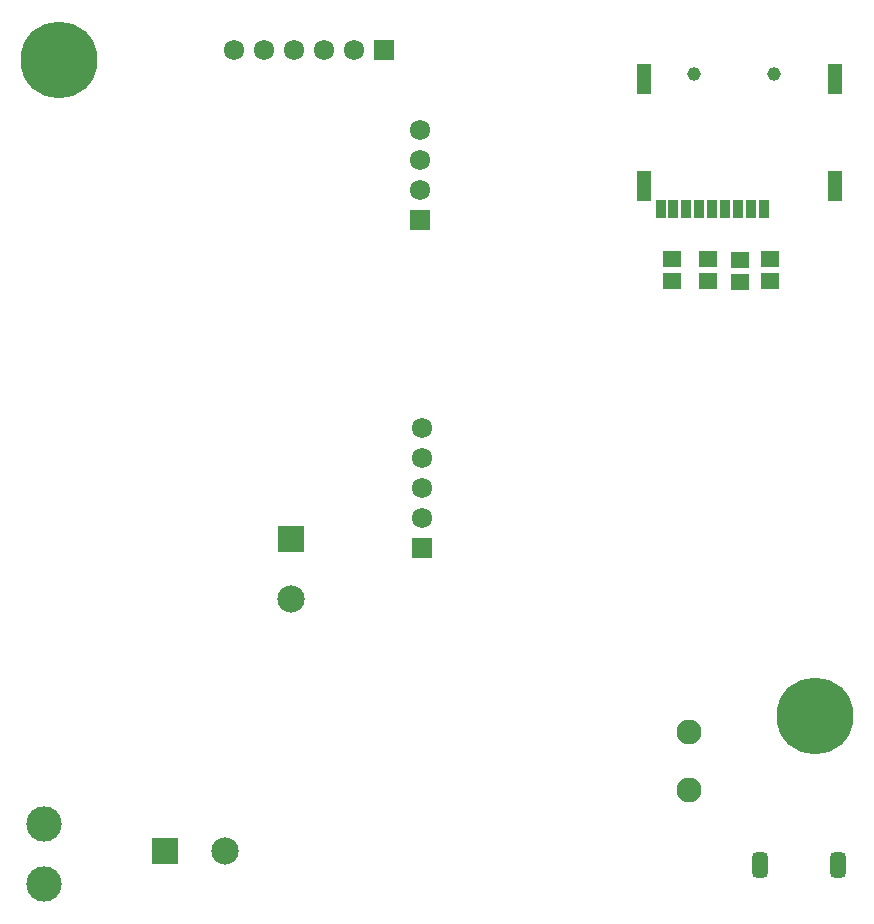
<source format=gbr>
%TF.GenerationSoftware,Altium Limited,Altium Designer,21.3.2 (30)*%
G04 Layer_Color=16711935*
%FSLAX24Y24*%
%MOIN*%
%TF.SameCoordinates,A906CF50-EBD2-4515-BF13-6977FA7C699A*%
%TF.FilePolarity,Negative*%
%TF.FileFunction,Soldermask,Bot*%
%TF.Part,Single*%
G01*
G75*
%TA.AperFunction,SMDPad,CuDef*%
%ADD50R,0.0631X0.0552*%
%ADD51R,0.0324X0.0631*%
%ADD52R,0.0513X0.1025*%
%TA.AperFunction,ViaPad*%
%ADD53C,0.2560*%
%TA.AperFunction,ComponentPad*%
%ADD54C,0.0830*%
%ADD55R,0.0678X0.0678*%
%ADD56C,0.0678*%
%ADD57C,0.0454*%
G04:AMPARAMS|DCode=58|XSize=86.7mil|YSize=55.2mil|CornerRadius=18.2mil|HoleSize=0mil|Usage=FLASHONLY|Rotation=90.000|XOffset=0mil|YOffset=0mil|HoleType=Round|Shape=RoundedRectangle|*
%AMROUNDEDRECTD58*
21,1,0.0867,0.0189,0,0,90.0*
21,1,0.0504,0.0552,0,0,90.0*
1,1,0.0363,0.0094,0.0252*
1,1,0.0363,0.0094,-0.0252*
1,1,0.0363,-0.0094,-0.0252*
1,1,0.0363,-0.0094,0.0252*
%
%ADD58ROUNDEDRECTD58*%
%ADD59C,0.0907*%
%ADD60R,0.0907X0.0907*%
%ADD61C,0.1180*%
%ADD62R,0.0907X0.0907*%
%ADD63R,0.0678X0.0678*%
D50*
X32050Y46548D02*
D03*
Y45800D02*
D03*
X34324Y46522D02*
D03*
Y45774D02*
D03*
X33250Y46548D02*
D03*
Y45800D02*
D03*
X35300Y46548D02*
D03*
Y45800D02*
D03*
D51*
X35127Y48204D02*
D03*
X34694D02*
D03*
X34261D02*
D03*
X33828D02*
D03*
X33395D02*
D03*
X32962D02*
D03*
X32529D02*
D03*
X32096D02*
D03*
X31663D02*
D03*
D52*
X31119Y52535D02*
D03*
Y48991D02*
D03*
X37478D02*
D03*
Y52535D02*
D03*
D53*
X36800Y31300D02*
D03*
X11620Y53160D02*
D03*
D54*
X32600Y30779D02*
D03*
Y28850D02*
D03*
D55*
X22450Y53500D02*
D03*
D56*
X21450D02*
D03*
X20450D02*
D03*
X19450D02*
D03*
X18450D02*
D03*
X17450D02*
D03*
X23650Y48850D02*
D03*
Y49850D02*
D03*
Y50850D02*
D03*
X23700Y37900D02*
D03*
Y38900D02*
D03*
Y39900D02*
D03*
Y40900D02*
D03*
D57*
X32773Y52700D02*
D03*
X35450D02*
D03*
D58*
X34978Y26350D02*
D03*
X37577D02*
D03*
D59*
X19350Y35200D02*
D03*
X17150Y26800D02*
D03*
D60*
X19350Y37200D02*
D03*
D61*
X11100Y25700D02*
D03*
Y27700D02*
D03*
D62*
X15150Y26800D02*
D03*
D63*
X23650Y47850D02*
D03*
X23700Y36900D02*
D03*
%TF.MD5,496ff0a7aa301d52459c43c384f63020*%
M02*

</source>
